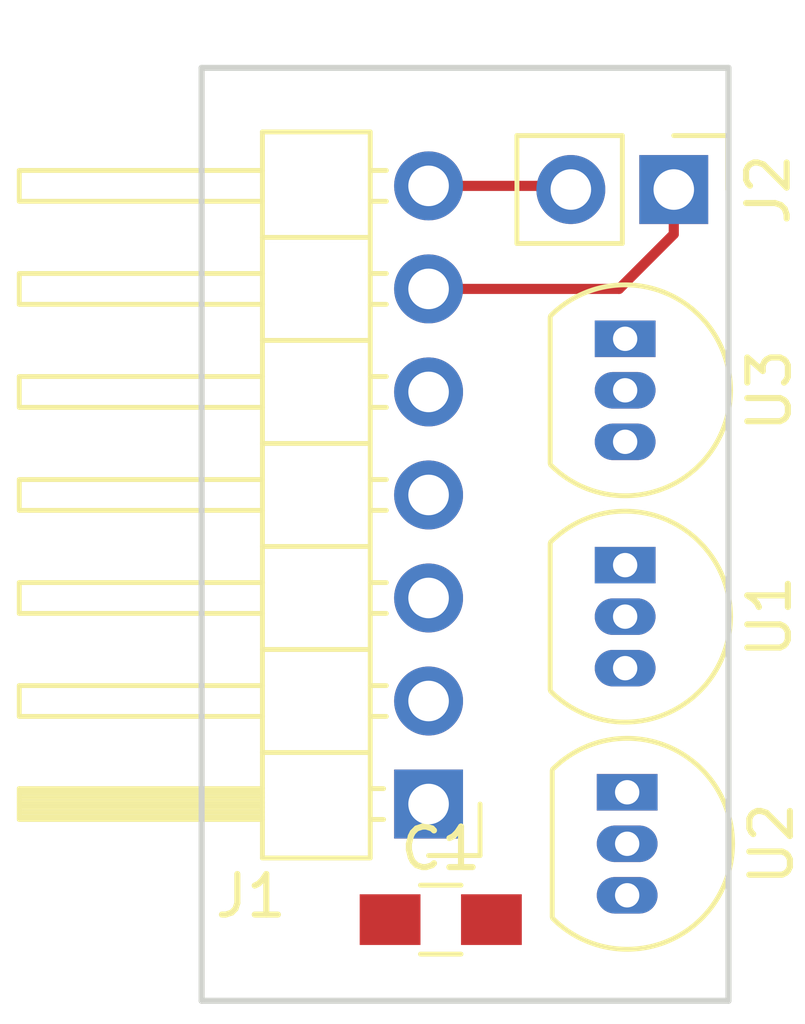
<source format=kicad_pcb>
(kicad_pcb (version 20170920) (host pcbnew no-vcs-found-4122aa1~60~ubuntu16.04.1)

  (general
    (thickness 1.6)
    (drawings 4)
    (tracks 5)
    (zones 0)
    (modules 6)
    (nets 8)
  )

  (page A4)
  (layers
    (0 F.Cu signal)
    (31 B.Cu signal)
    (32 B.Adhes user)
    (33 F.Adhes user)
    (34 B.Paste user)
    (35 F.Paste user)
    (36 B.SilkS user)
    (37 F.SilkS user)
    (38 B.Mask user)
    (39 F.Mask user)
    (40 Dwgs.User user)
    (41 Cmts.User user)
    (42 Eco1.User user)
    (43 Eco2.User user)
    (44 Edge.Cuts user)
    (45 Margin user)
    (46 B.CrtYd user)
    (47 F.CrtYd user)
    (48 B.Fab user)
    (49 F.Fab user)
  )

  (setup
    (last_trace_width 0.25)
    (trace_clearance 0.2)
    (zone_clearance 0.508)
    (zone_45_only no)
    (trace_min 0.2)
    (segment_width 0.2)
    (edge_width 0.15)
    (via_size 0.8)
    (via_drill 0.4)
    (via_min_size 0.4)
    (via_min_drill 0.3)
    (uvia_size 0.3)
    (uvia_drill 0.1)
    (uvias_allowed no)
    (uvia_min_size 0.2)
    (uvia_min_drill 0.1)
    (pcb_text_width 0.3)
    (pcb_text_size 1.5 1.5)
    (mod_edge_width 0.15)
    (mod_text_size 1 1)
    (mod_text_width 0.15)
    (pad_size 1.524 1.524)
    (pad_drill 0.762)
    (pad_to_mask_clearance 0.2)
    (aux_axis_origin 0 0)
    (visible_elements FFFFFF7F)
    (pcbplotparams
      (layerselection 0x00030_ffffffff)
      (usegerberextensions false)
      (usegerberattributes true)
      (usegerberadvancedattributes true)
      (creategerberjobfile true)
      (excludeedgelayer true)
      (linewidth 0.100000)
      (plotframeref false)
      (viasonmask false)
      (mode 1)
      (useauxorigin false)
      (hpglpennumber 1)
      (hpglpenspeed 20)
      (hpglpendiameter 15)
      (psnegative false)
      (psa4output false)
      (plotreference true)
      (plotvalue true)
      (plotinvisibletext false)
      (padsonsilk false)
      (subtractmaskfromsilk false)
      (outputformat 1)
      (mirror false)
      (drillshape 1)
      (scaleselection 1)
      (outputdirectory ""))
  )

  (net 0 "")
  (net 1 +3V3)
  (net 2 GND)
  (net 3 "Net-(J1-Pad3)")
  (net 4 "Net-(J1-Pad4)")
  (net 5 "Net-(J1-Pad5)")
  (net 6 "Net-(J1-Pad6)")
  (net 7 "Net-(J1-Pad7)")

  (net_class Default "This is the default net class."
    (clearance 0.2)
    (trace_width 0.25)
    (via_dia 0.8)
    (via_drill 0.4)
    (uvia_dia 0.3)
    (uvia_drill 0.1)
    (add_net +3V3)
    (add_net GND)
    (add_net "Net-(J1-Pad3)")
    (add_net "Net-(J1-Pad4)")
    (add_net "Net-(J1-Pad5)")
    (add_net "Net-(J1-Pad6)")
    (add_net "Net-(J1-Pad7)")
  )

  (module Capacitors_SMD:C_0805_HandSoldering (layer F.Cu) (tedit 58AA84A8) (tstamp 59D11F41)
    (at 153.9 119)
    (descr "Capacitor SMD 0805, hand soldering")
    (tags "capacitor 0805")
    (path /59C4E7B0)
    (attr smd)
    (fp_text reference C1 (at 0 -1.75) (layer F.SilkS)
      (effects (font (size 1 1) (thickness 0.15)))
    )
    (fp_text value "0.1uF 50V" (at 0 1.75) (layer F.Fab)
      (effects (font (size 1 1) (thickness 0.15)))
    )
    (fp_text user %R (at 0 -1.75) (layer F.Fab)
      (effects (font (size 1 1) (thickness 0.15)))
    )
    (fp_line (start -1 0.62) (end -1 -0.62) (layer F.Fab) (width 0.1))
    (fp_line (start 1 0.62) (end -1 0.62) (layer F.Fab) (width 0.1))
    (fp_line (start 1 -0.62) (end 1 0.62) (layer F.Fab) (width 0.1))
    (fp_line (start -1 -0.62) (end 1 -0.62) (layer F.Fab) (width 0.1))
    (fp_line (start 0.5 -0.85) (end -0.5 -0.85) (layer F.SilkS) (width 0.12))
    (fp_line (start -0.5 0.85) (end 0.5 0.85) (layer F.SilkS) (width 0.12))
    (fp_line (start -2.25 -0.88) (end 2.25 -0.88) (layer F.CrtYd) (width 0.05))
    (fp_line (start -2.25 -0.88) (end -2.25 0.87) (layer F.CrtYd) (width 0.05))
    (fp_line (start 2.25 0.87) (end 2.25 -0.88) (layer F.CrtYd) (width 0.05))
    (fp_line (start 2.25 0.87) (end -2.25 0.87) (layer F.CrtYd) (width 0.05))
    (pad 1 smd rect (at -1.25 0) (size 1.5 1.25) (layers F.Cu F.Paste F.Mask)
      (net 1 +3V3))
    (pad 2 smd rect (at 1.25 0) (size 1.5 1.25) (layers F.Cu F.Paste F.Mask)
      (net 2 GND))
    (model Capacitors_SMD.3dshapes/C_0805.wrl
      (at (xyz 0 0 0))
      (scale (xyz 1 1 1))
      (rotate (xyz 0 0 0))
    )
  )

  (module Pin_Headers:Pin_Header_Angled_1x07_Pitch2.54mm (layer F.Cu) (tedit 59650532) (tstamp 59D11FB5)
    (at 153.6 116.15 180)
    (descr "Through hole angled pin header, 1x07, 2.54mm pitch, 6mm pin length, single row")
    (tags "Through hole angled pin header THT 1x07 2.54mm single row")
    (path /59C4E97F)
    (fp_text reference J1 (at 4.385 -2.27 180) (layer F.SilkS)
      (effects (font (size 1 1) (thickness 0.15)))
    )
    (fp_text value Conn_01x07 (at 4.385 17.51 180) (layer F.Fab)
      (effects (font (size 1 1) (thickness 0.15)))
    )
    (fp_line (start 2.135 -1.27) (end 4.04 -1.27) (layer F.Fab) (width 0.1))
    (fp_line (start 4.04 -1.27) (end 4.04 16.51) (layer F.Fab) (width 0.1))
    (fp_line (start 4.04 16.51) (end 1.5 16.51) (layer F.Fab) (width 0.1))
    (fp_line (start 1.5 16.51) (end 1.5 -0.635) (layer F.Fab) (width 0.1))
    (fp_line (start 1.5 -0.635) (end 2.135 -1.27) (layer F.Fab) (width 0.1))
    (fp_line (start -0.32 -0.32) (end 1.5 -0.32) (layer F.Fab) (width 0.1))
    (fp_line (start -0.32 -0.32) (end -0.32 0.32) (layer F.Fab) (width 0.1))
    (fp_line (start -0.32 0.32) (end 1.5 0.32) (layer F.Fab) (width 0.1))
    (fp_line (start 4.04 -0.32) (end 10.04 -0.32) (layer F.Fab) (width 0.1))
    (fp_line (start 10.04 -0.32) (end 10.04 0.32) (layer F.Fab) (width 0.1))
    (fp_line (start 4.04 0.32) (end 10.04 0.32) (layer F.Fab) (width 0.1))
    (fp_line (start -0.32 2.22) (end 1.5 2.22) (layer F.Fab) (width 0.1))
    (fp_line (start -0.32 2.22) (end -0.32 2.86) (layer F.Fab) (width 0.1))
    (fp_line (start -0.32 2.86) (end 1.5 2.86) (layer F.Fab) (width 0.1))
    (fp_line (start 4.04 2.22) (end 10.04 2.22) (layer F.Fab) (width 0.1))
    (fp_line (start 10.04 2.22) (end 10.04 2.86) (layer F.Fab) (width 0.1))
    (fp_line (start 4.04 2.86) (end 10.04 2.86) (layer F.Fab) (width 0.1))
    (fp_line (start -0.32 4.76) (end 1.5 4.76) (layer F.Fab) (width 0.1))
    (fp_line (start -0.32 4.76) (end -0.32 5.4) (layer F.Fab) (width 0.1))
    (fp_line (start -0.32 5.4) (end 1.5 5.4) (layer F.Fab) (width 0.1))
    (fp_line (start 4.04 4.76) (end 10.04 4.76) (layer F.Fab) (width 0.1))
    (fp_line (start 10.04 4.76) (end 10.04 5.4) (layer F.Fab) (width 0.1))
    (fp_line (start 4.04 5.4) (end 10.04 5.4) (layer F.Fab) (width 0.1))
    (fp_line (start -0.32 7.3) (end 1.5 7.3) (layer F.Fab) (width 0.1))
    (fp_line (start -0.32 7.3) (end -0.32 7.94) (layer F.Fab) (width 0.1))
    (fp_line (start -0.32 7.94) (end 1.5 7.94) (layer F.Fab) (width 0.1))
    (fp_line (start 4.04 7.3) (end 10.04 7.3) (layer F.Fab) (width 0.1))
    (fp_line (start 10.04 7.3) (end 10.04 7.94) (layer F.Fab) (width 0.1))
    (fp_line (start 4.04 7.94) (end 10.04 7.94) (layer F.Fab) (width 0.1))
    (fp_line (start -0.32 9.84) (end 1.5 9.84) (layer F.Fab) (width 0.1))
    (fp_line (start -0.32 9.84) (end -0.32 10.48) (layer F.Fab) (width 0.1))
    (fp_line (start -0.32 10.48) (end 1.5 10.48) (layer F.Fab) (width 0.1))
    (fp_line (start 4.04 9.84) (end 10.04 9.84) (layer F.Fab) (width 0.1))
    (fp_line (start 10.04 9.84) (end 10.04 10.48) (layer F.Fab) (width 0.1))
    (fp_line (start 4.04 10.48) (end 10.04 10.48) (layer F.Fab) (width 0.1))
    (fp_line (start -0.32 12.38) (end 1.5 12.38) (layer F.Fab) (width 0.1))
    (fp_line (start -0.32 12.38) (end -0.32 13.02) (layer F.Fab) (width 0.1))
    (fp_line (start -0.32 13.02) (end 1.5 13.02) (layer F.Fab) (width 0.1))
    (fp_line (start 4.04 12.38) (end 10.04 12.38) (layer F.Fab) (width 0.1))
    (fp_line (start 10.04 12.38) (end 10.04 13.02) (layer F.Fab) (width 0.1))
    (fp_line (start 4.04 13.02) (end 10.04 13.02) (layer F.Fab) (width 0.1))
    (fp_line (start -0.32 14.92) (end 1.5 14.92) (layer F.Fab) (width 0.1))
    (fp_line (start -0.32 14.92) (end -0.32 15.56) (layer F.Fab) (width 0.1))
    (fp_line (start -0.32 15.56) (end 1.5 15.56) (layer F.Fab) (width 0.1))
    (fp_line (start 4.04 14.92) (end 10.04 14.92) (layer F.Fab) (width 0.1))
    (fp_line (start 10.04 14.92) (end 10.04 15.56) (layer F.Fab) (width 0.1))
    (fp_line (start 4.04 15.56) (end 10.04 15.56) (layer F.Fab) (width 0.1))
    (fp_line (start 1.44 -1.33) (end 1.44 16.57) (layer F.SilkS) (width 0.12))
    (fp_line (start 1.44 16.57) (end 4.1 16.57) (layer F.SilkS) (width 0.12))
    (fp_line (start 4.1 16.57) (end 4.1 -1.33) (layer F.SilkS) (width 0.12))
    (fp_line (start 4.1 -1.33) (end 1.44 -1.33) (layer F.SilkS) (width 0.12))
    (fp_line (start 4.1 -0.38) (end 10.1 -0.38) (layer F.SilkS) (width 0.12))
    (fp_line (start 10.1 -0.38) (end 10.1 0.38) (layer F.SilkS) (width 0.12))
    (fp_line (start 10.1 0.38) (end 4.1 0.38) (layer F.SilkS) (width 0.12))
    (fp_line (start 4.1 -0.32) (end 10.1 -0.32) (layer F.SilkS) (width 0.12))
    (fp_line (start 4.1 -0.2) (end 10.1 -0.2) (layer F.SilkS) (width 0.12))
    (fp_line (start 4.1 -0.08) (end 10.1 -0.08) (layer F.SilkS) (width 0.12))
    (fp_line (start 4.1 0.04) (end 10.1 0.04) (layer F.SilkS) (width 0.12))
    (fp_line (start 4.1 0.16) (end 10.1 0.16) (layer F.SilkS) (width 0.12))
    (fp_line (start 4.1 0.28) (end 10.1 0.28) (layer F.SilkS) (width 0.12))
    (fp_line (start 1.11 -0.38) (end 1.44 -0.38) (layer F.SilkS) (width 0.12))
    (fp_line (start 1.11 0.38) (end 1.44 0.38) (layer F.SilkS) (width 0.12))
    (fp_line (start 1.44 1.27) (end 4.1 1.27) (layer F.SilkS) (width 0.12))
    (fp_line (start 4.1 2.16) (end 10.1 2.16) (layer F.SilkS) (width 0.12))
    (fp_line (start 10.1 2.16) (end 10.1 2.92) (layer F.SilkS) (width 0.12))
    (fp_line (start 10.1 2.92) (end 4.1 2.92) (layer F.SilkS) (width 0.12))
    (fp_line (start 1.042929 2.16) (end 1.44 2.16) (layer F.SilkS) (width 0.12))
    (fp_line (start 1.042929 2.92) (end 1.44 2.92) (layer F.SilkS) (width 0.12))
    (fp_line (start 1.44 3.81) (end 4.1 3.81) (layer F.SilkS) (width 0.12))
    (fp_line (start 4.1 4.7) (end 10.1 4.7) (layer F.SilkS) (width 0.12))
    (fp_line (start 10.1 4.7) (end 10.1 5.46) (layer F.SilkS) (width 0.12))
    (fp_line (start 10.1 5.46) (end 4.1 5.46) (layer F.SilkS) (width 0.12))
    (fp_line (start 1.042929 4.7) (end 1.44 4.7) (layer F.SilkS) (width 0.12))
    (fp_line (start 1.042929 5.46) (end 1.44 5.46) (layer F.SilkS) (width 0.12))
    (fp_line (start 1.44 6.35) (end 4.1 6.35) (layer F.SilkS) (width 0.12))
    (fp_line (start 4.1 7.24) (end 10.1 7.24) (layer F.SilkS) (width 0.12))
    (fp_line (start 10.1 7.24) (end 10.1 8) (layer F.SilkS) (width 0.12))
    (fp_line (start 10.1 8) (end 4.1 8) (layer F.SilkS) (width 0.12))
    (fp_line (start 1.042929 7.24) (end 1.44 7.24) (layer F.SilkS) (width 0.12))
    (fp_line (start 1.042929 8) (end 1.44 8) (layer F.SilkS) (width 0.12))
    (fp_line (start 1.44 8.89) (end 4.1 8.89) (layer F.SilkS) (width 0.12))
    (fp_line (start 4.1 9.78) (end 10.1 9.78) (layer F.SilkS) (width 0.12))
    (fp_line (start 10.1 9.78) (end 10.1 10.54) (layer F.SilkS) (width 0.12))
    (fp_line (start 10.1 10.54) (end 4.1 10.54) (layer F.SilkS) (width 0.12))
    (fp_line (start 1.042929 9.78) (end 1.44 9.78) (layer F.SilkS) (width 0.12))
    (fp_line (start 1.042929 10.54) (end 1.44 10.54) (layer F.SilkS) (width 0.12))
    (fp_line (start 1.44 11.43) (end 4.1 11.43) (layer F.SilkS) (width 0.12))
    (fp_line (start 4.1 12.32) (end 10.1 12.32) (layer F.SilkS) (width 0.12))
    (fp_line (start 10.1 12.32) (end 10.1 13.08) (layer F.SilkS) (width 0.12))
    (fp_line (start 10.1 13.08) (end 4.1 13.08) (layer F.SilkS) (width 0.12))
    (fp_line (start 1.042929 12.32) (end 1.44 12.32) (layer F.SilkS) (width 0.12))
    (fp_line (start 1.042929 13.08) (end 1.44 13.08) (layer F.SilkS) (width 0.12))
    (fp_line (start 1.44 13.97) (end 4.1 13.97) (layer F.SilkS) (width 0.12))
    (fp_line (start 4.1 14.86) (end 10.1 14.86) (layer F.SilkS) (width 0.12))
    (fp_line (start 10.1 14.86) (end 10.1 15.62) (layer F.SilkS) (width 0.12))
    (fp_line (start 10.1 15.62) (end 4.1 15.62) (layer F.SilkS) (width 0.12))
    (fp_line (start 1.042929 14.86) (end 1.44 14.86) (layer F.SilkS) (width 0.12))
    (fp_line (start 1.042929 15.62) (end 1.44 15.62) (layer F.SilkS) (width 0.12))
    (fp_line (start -1.27 0) (end -1.27 -1.27) (layer F.SilkS) (width 0.12))
    (fp_line (start -1.27 -1.27) (end 0 -1.27) (layer F.SilkS) (width 0.12))
    (fp_line (start -1.8 -1.8) (end -1.8 17.05) (layer F.CrtYd) (width 0.05))
    (fp_line (start -1.8 17.05) (end 10.55 17.05) (layer F.CrtYd) (width 0.05))
    (fp_line (start 10.55 17.05) (end 10.55 -1.8) (layer F.CrtYd) (width 0.05))
    (fp_line (start 10.55 -1.8) (end -1.8 -1.8) (layer F.CrtYd) (width 0.05))
    (fp_text user %R (at 2.77 7.62 270) (layer F.Fab)
      (effects (font (size 1 1) (thickness 0.15)))
    )
    (pad 1 thru_hole rect (at 0 0 180) (size 1.7 1.7) (drill 1) (layers *.Cu *.Mask)
      (net 1 +3V3))
    (pad 2 thru_hole oval (at 0 2.54 180) (size 1.7 1.7) (drill 1) (layers *.Cu *.Mask)
      (net 2 GND))
    (pad 3 thru_hole oval (at 0 5.08 180) (size 1.7 1.7) (drill 1) (layers *.Cu *.Mask)
      (net 3 "Net-(J1-Pad3)"))
    (pad 4 thru_hole oval (at 0 7.62 180) (size 1.7 1.7) (drill 1) (layers *.Cu *.Mask)
      (net 4 "Net-(J1-Pad4)"))
    (pad 5 thru_hole oval (at 0 10.16 180) (size 1.7 1.7) (drill 1) (layers *.Cu *.Mask)
      (net 5 "Net-(J1-Pad5)"))
    (pad 6 thru_hole oval (at 0 12.7 180) (size 1.7 1.7) (drill 1) (layers *.Cu *.Mask)
      (net 6 "Net-(J1-Pad6)"))
    (pad 7 thru_hole oval (at 0 15.24 180) (size 1.7 1.7) (drill 1) (layers *.Cu *.Mask)
      (net 7 "Net-(J1-Pad7)"))
    (model ${KISYS3DMOD}/Pin_Headers.3dshapes/Pin_Header_Angled_1x07_Pitch2.54mm.wrl
      (at (xyz 0 0 0))
      (scale (xyz 1 1 1))
      (rotate (xyz 0 0 0))
    )
  )

  (module Pin_Headers:Pin_Header_Straight_1x02_Pitch2.54mm (layer F.Cu) (tedit 59650532) (tstamp 59D11FCB)
    (at 159.65 101 270)
    (descr "Through hole straight pin header, 1x02, 2.54mm pitch, single row")
    (tags "Through hole pin header THT 1x02 2.54mm single row")
    (path /59C4EC16)
    (fp_text reference J2 (at 0 -2.33 270) (layer F.SilkS)
      (effects (font (size 1 1) (thickness 0.15)))
    )
    (fp_text value Conn_01x02 (at 0 4.87 270) (layer F.Fab)
      (effects (font (size 1 1) (thickness 0.15)))
    )
    (fp_line (start -0.635 -1.27) (end 1.27 -1.27) (layer F.Fab) (width 0.1))
    (fp_line (start 1.27 -1.27) (end 1.27 3.81) (layer F.Fab) (width 0.1))
    (fp_line (start 1.27 3.81) (end -1.27 3.81) (layer F.Fab) (width 0.1))
    (fp_line (start -1.27 3.81) (end -1.27 -0.635) (layer F.Fab) (width 0.1))
    (fp_line (start -1.27 -0.635) (end -0.635 -1.27) (layer F.Fab) (width 0.1))
    (fp_line (start -1.33 3.87) (end 1.33 3.87) (layer F.SilkS) (width 0.12))
    (fp_line (start -1.33 1.27) (end -1.33 3.87) (layer F.SilkS) (width 0.12))
    (fp_line (start 1.33 1.27) (end 1.33 3.87) (layer F.SilkS) (width 0.12))
    (fp_line (start -1.33 1.27) (end 1.33 1.27) (layer F.SilkS) (width 0.12))
    (fp_line (start -1.33 0) (end -1.33 -1.33) (layer F.SilkS) (width 0.12))
    (fp_line (start -1.33 -1.33) (end 0 -1.33) (layer F.SilkS) (width 0.12))
    (fp_line (start -1.8 -1.8) (end -1.8 4.35) (layer F.CrtYd) (width 0.05))
    (fp_line (start -1.8 4.35) (end 1.8 4.35) (layer F.CrtYd) (width 0.05))
    (fp_line (start 1.8 4.35) (end 1.8 -1.8) (layer F.CrtYd) (width 0.05))
    (fp_line (start 1.8 -1.8) (end -1.8 -1.8) (layer F.CrtYd) (width 0.05))
    (fp_text user %R (at 0 1.27 180) (layer F.Fab)
      (effects (font (size 1 1) (thickness 0.15)))
    )
    (pad 1 thru_hole rect (at 0 0 270) (size 1.7 1.7) (drill 1) (layers *.Cu *.Mask)
      (net 6 "Net-(J1-Pad6)"))
    (pad 2 thru_hole oval (at 0 2.54 270) (size 1.7 1.7) (drill 1) (layers *.Cu *.Mask)
      (net 7 "Net-(J1-Pad7)"))
    (model ${KISYS3DMOD}/Pin_Headers.3dshapes/Pin_Header_Straight_1x02_Pitch2.54mm.wrl
      (at (xyz 0 0 0))
      (scale (xyz 1 1 1))
      (rotate (xyz 0 0 0))
    )
  )

  (module TO_SOT_Packages_THT:TO-92_Inline_Narrow_Oval (layer F.Cu) (tedit 58CE52AF) (tstamp 59D11FDD)
    (at 158.45 110.26 270)
    (descr "TO-92 leads in-line, narrow, oval pads, drill 0.6mm (see NXP sot054_po.pdf)")
    (tags "to-92 sc-43 sc-43a sot54 PA33 transistor")
    (path /59C4EF7A)
    (fp_text reference U1 (at 1.27 -3.56 270) (layer F.SilkS)
      (effects (font (size 1 1) (thickness 0.15)))
    )
    (fp_text value S49E (at 1.27 2.79 270) (layer F.Fab)
      (effects (font (size 1 1) (thickness 0.15)))
    )
    (fp_text user %R (at 1.27 -3.56 270) (layer F.Fab)
      (effects (font (size 1 1) (thickness 0.15)))
    )
    (fp_line (start -0.53 1.85) (end 3.07 1.85) (layer F.SilkS) (width 0.12))
    (fp_line (start -0.5 1.75) (end 3 1.75) (layer F.Fab) (width 0.1))
    (fp_line (start -1.46 -2.73) (end 4 -2.73) (layer F.CrtYd) (width 0.05))
    (fp_line (start -1.46 -2.73) (end -1.46 2.01) (layer F.CrtYd) (width 0.05))
    (fp_line (start 4 2.01) (end 4 -2.73) (layer F.CrtYd) (width 0.05))
    (fp_line (start 4 2.01) (end -1.46 2.01) (layer F.CrtYd) (width 0.05))
    (fp_arc (start 1.27 0) (end 1.27 -2.48) (angle 135) (layer F.Fab) (width 0.1))
    (fp_arc (start 1.27 0) (end 1.27 -2.6) (angle -135) (layer F.SilkS) (width 0.12))
    (fp_arc (start 1.27 0) (end 1.27 -2.48) (angle -135) (layer F.Fab) (width 0.1))
    (fp_arc (start 1.27 0) (end 1.27 -2.6) (angle 135) (layer F.SilkS) (width 0.12))
    (pad 2 thru_hole oval (at 1.27 0 90) (size 0.9 1.5) (drill 0.6) (layers *.Cu *.Mask)
      (net 2 GND))
    (pad 3 thru_hole oval (at 2.54 0 90) (size 0.9 1.5) (drill 0.6) (layers *.Cu *.Mask)
      (net 3 "Net-(J1-Pad3)"))
    (pad 1 thru_hole rect (at 0 0 90) (size 0.9 1.5) (drill 0.6) (layers *.Cu *.Mask)
      (net 1 +3V3))
    (model ${KISYS3DMOD}/TO_SOT_Packages_THT.3dshapes/TO-92_Inline_Narrow_Oval.wrl
      (at (xyz 0.05 0 0))
      (scale (xyz 1 1 1))
      (rotate (xyz 0 0 -90))
    )
  )

  (module TO_SOT_Packages_THT:TO-92_Inline_Narrow_Oval (layer F.Cu) (tedit 58CE52AF) (tstamp 59D11FEF)
    (at 158.5 115.86 270)
    (descr "TO-92 leads in-line, narrow, oval pads, drill 0.6mm (see NXP sot054_po.pdf)")
    (tags "to-92 sc-43 sc-43a sot54 PA33 transistor")
    (path /59C4EFDE)
    (fp_text reference U2 (at 1.27 -3.56 270) (layer F.SilkS)
      (effects (font (size 1 1) (thickness 0.15)))
    )
    (fp_text value S49E (at 1.27 2.79 270) (layer F.Fab)
      (effects (font (size 1 1) (thickness 0.15)))
    )
    (fp_arc (start 1.27 0) (end 1.27 -2.6) (angle 135) (layer F.SilkS) (width 0.12))
    (fp_arc (start 1.27 0) (end 1.27 -2.48) (angle -135) (layer F.Fab) (width 0.1))
    (fp_arc (start 1.27 0) (end 1.27 -2.6) (angle -135) (layer F.SilkS) (width 0.12))
    (fp_arc (start 1.27 0) (end 1.27 -2.48) (angle 135) (layer F.Fab) (width 0.1))
    (fp_line (start 4 2.01) (end -1.46 2.01) (layer F.CrtYd) (width 0.05))
    (fp_line (start 4 2.01) (end 4 -2.73) (layer F.CrtYd) (width 0.05))
    (fp_line (start -1.46 -2.73) (end -1.46 2.01) (layer F.CrtYd) (width 0.05))
    (fp_line (start -1.46 -2.73) (end 4 -2.73) (layer F.CrtYd) (width 0.05))
    (fp_line (start -0.5 1.75) (end 3 1.75) (layer F.Fab) (width 0.1))
    (fp_line (start -0.53 1.85) (end 3.07 1.85) (layer F.SilkS) (width 0.12))
    (fp_text user %R (at 1.27 -3.56 270) (layer F.Fab)
      (effects (font (size 1 1) (thickness 0.15)))
    )
    (pad 1 thru_hole rect (at 0 0 90) (size 0.9 1.5) (drill 0.6) (layers *.Cu *.Mask)
      (net 1 +3V3))
    (pad 3 thru_hole oval (at 2.54 0 90) (size 0.9 1.5) (drill 0.6) (layers *.Cu *.Mask)
      (net 4 "Net-(J1-Pad4)"))
    (pad 2 thru_hole oval (at 1.27 0 90) (size 0.9 1.5) (drill 0.6) (layers *.Cu *.Mask)
      (net 2 GND))
    (model ${KISYS3DMOD}/TO_SOT_Packages_THT.3dshapes/TO-92_Inline_Narrow_Oval.wrl
      (at (xyz 0.05 0 0))
      (scale (xyz 1 1 1))
      (rotate (xyz 0 0 -90))
    )
  )

  (module TO_SOT_Packages_THT:TO-92_Inline_Narrow_Oval (layer F.Cu) (tedit 58CE52AF) (tstamp 59D12001)
    (at 158.45 104.68 270)
    (descr "TO-92 leads in-line, narrow, oval pads, drill 0.6mm (see NXP sot054_po.pdf)")
    (tags "to-92 sc-43 sc-43a sot54 PA33 transistor")
    (path /59C4F022)
    (fp_text reference U3 (at 1.27 -3.56 270) (layer F.SilkS)
      (effects (font (size 1 1) (thickness 0.15)))
    )
    (fp_text value S49E (at 1.27 2.79 270) (layer F.Fab)
      (effects (font (size 1 1) (thickness 0.15)))
    )
    (fp_text user %R (at 1.27 -3.56 270) (layer F.Fab)
      (effects (font (size 1 1) (thickness 0.15)))
    )
    (fp_line (start -0.53 1.85) (end 3.07 1.85) (layer F.SilkS) (width 0.12))
    (fp_line (start -0.5 1.75) (end 3 1.75) (layer F.Fab) (width 0.1))
    (fp_line (start -1.46 -2.73) (end 4 -2.73) (layer F.CrtYd) (width 0.05))
    (fp_line (start -1.46 -2.73) (end -1.46 2.01) (layer F.CrtYd) (width 0.05))
    (fp_line (start 4 2.01) (end 4 -2.73) (layer F.CrtYd) (width 0.05))
    (fp_line (start 4 2.01) (end -1.46 2.01) (layer F.CrtYd) (width 0.05))
    (fp_arc (start 1.27 0) (end 1.27 -2.48) (angle 135) (layer F.Fab) (width 0.1))
    (fp_arc (start 1.27 0) (end 1.27 -2.6) (angle -135) (layer F.SilkS) (width 0.12))
    (fp_arc (start 1.27 0) (end 1.27 -2.48) (angle -135) (layer F.Fab) (width 0.1))
    (fp_arc (start 1.27 0) (end 1.27 -2.6) (angle 135) (layer F.SilkS) (width 0.12))
    (pad 2 thru_hole oval (at 1.27 0 90) (size 0.9 1.5) (drill 0.6) (layers *.Cu *.Mask)
      (net 2 GND))
    (pad 3 thru_hole oval (at 2.54 0 90) (size 0.9 1.5) (drill 0.6) (layers *.Cu *.Mask)
      (net 5 "Net-(J1-Pad5)"))
    (pad 1 thru_hole rect (at 0 0 90) (size 0.9 1.5) (drill 0.6) (layers *.Cu *.Mask)
      (net 1 +3V3))
    (model ${KISYS3DMOD}/TO_SOT_Packages_THT.3dshapes/TO-92_Inline_Narrow_Oval.wrl
      (at (xyz 0.05 0 0))
      (scale (xyz 1 1 1))
      (rotate (xyz 0 0 -90))
    )
  )

  (gr_line (start 148 121) (end 148 98) (layer Edge.Cuts) (width 0.15))
  (gr_line (start 161 121) (end 148 121) (layer Edge.Cuts) (width 0.15))
  (gr_line (start 161 98) (end 161 121) (layer Edge.Cuts) (width 0.15))
  (gr_line (start 148 98) (end 161 98) (layer Edge.Cuts) (width 0.15))

  (segment (start 153.6 103.45) (end 158.3 103.45) (width 0.25) (layer F.Cu) (net 6))
  (segment (start 158.3 103.45) (end 159.65 102.1) (width 0.25) (layer F.Cu) (net 6))
  (segment (start 159.65 102.1) (end 159.65 101) (width 0.25) (layer F.Cu) (net 6))
  (segment (start 153.6 100.91) (end 157.02 100.91) (width 0.25) (layer F.Cu) (net 7))
  (segment (start 157.02 100.91) (end 157.11 101) (width 0.25) (layer F.Cu) (net 7))

)

</source>
